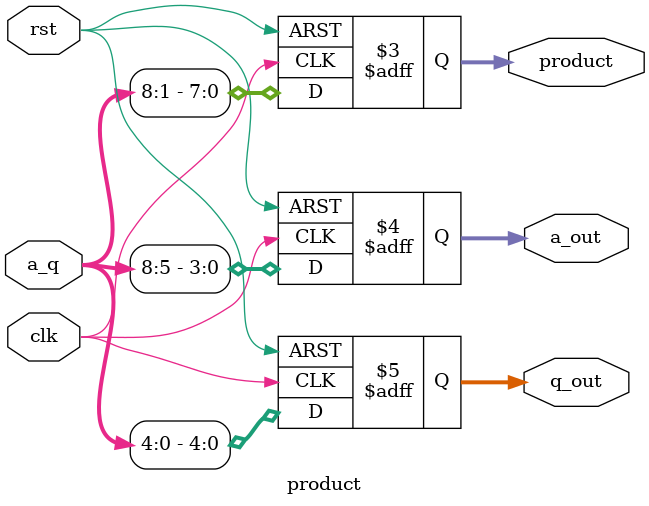
<source format=sv>
module product
#(
	parameter N = 4
)(

	input clk,
	input rst,
	input [2*N:0] a_q,
	
	output logic [N-1:0] a_out,
	output logic [N:0] q_out,
	output logic [(2*N)-1:0] product

);



always_ff@(posedge clk, negedge rst)
begin
	if(~rst)
	begin
		a_out <= '0;
		q_out <= '0;
		product <= '0;
	end
	
	else
	begin
		q_out <= a_q[N:0];
		a_out <= a_q[2*N:N+1];
		product <= a_q[2*N:1];
	end

end
endmodule 
</source>
